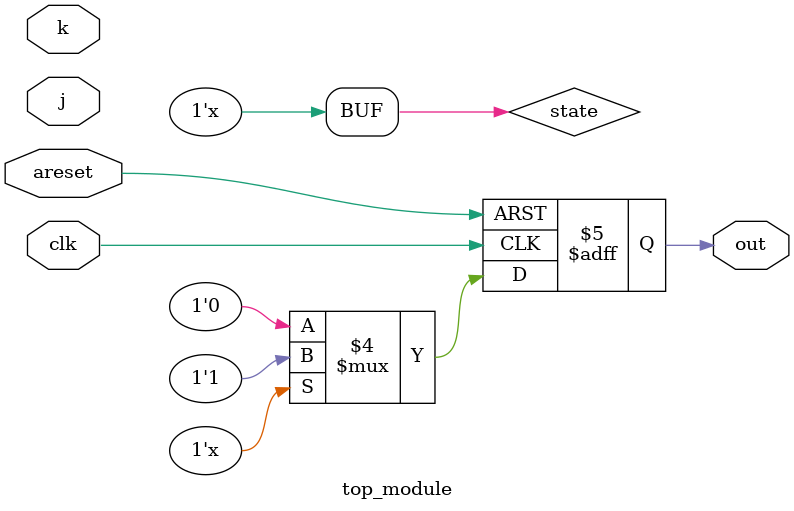
<source format=sv>
module top_module (
    input clk,
    input j,
    input k,
    input areset,
    output reg out
);

    reg state;
    parameter A = 1'b0, B = 1'b1;

    always @(*) begin
        case (state)
            A: begin
                if (j) begin
                    state = B;
                end else begin
                    state = A;
                end
            end
            B: begin
                if (k) begin
                    state = A;
                end else begin
                    state = B;
                end
            end
        endcase
    end

    always @(posedge clk or posedge areset) begin
        if (areset) begin
            state <= A;
            out <= 1'b0;
        end else begin
            state <= state;
            out <= (state == B) ? 1'b1 : 1'b0;
        end
    end

endmodule

</source>
